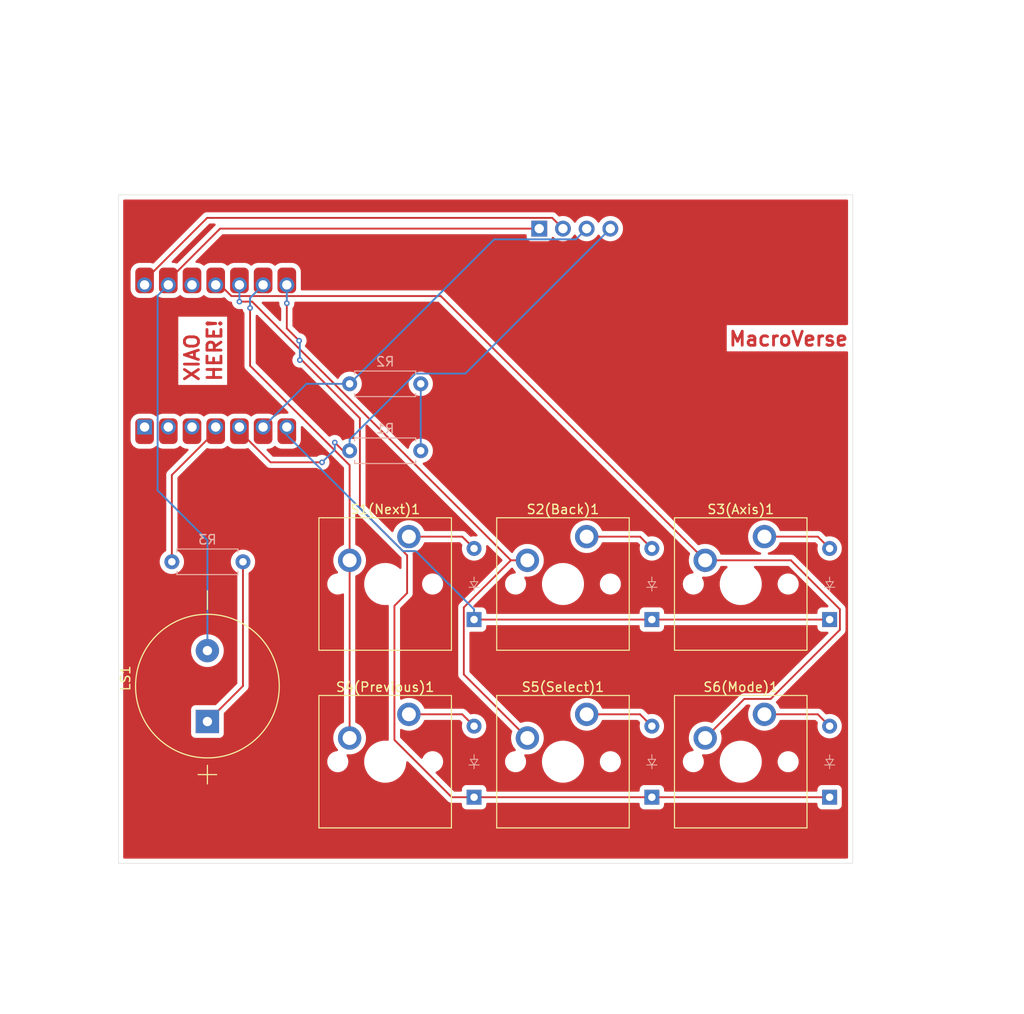
<source format=kicad_pcb>
(kicad_pcb (version 20240108) (generator "pcbnew") (generator_version "8.0")
  (layers (0 "F.Cu" signal) (31 "B.Cu" signal) (34 "B.Paste" user) (35 "F.Paste" user) (36 "B.SilkS" user "B.Silkscreen") (37 "F.SilkS" user "F.Silkscreen") (38 "B.Mask" user) (39 "F.Mask" user) (44 "Edge.Cuts" user))
  (net 0 "")
  (net 1 "Net-(D1-A)")
  (net 2 "Row 0")
  (net 3 "Net-(D2-A)")
  (net 4 "Net-(D3-A)")
  (net 5 "Row 1")
  (net 6 "Net-(D4-A)")
  (net 7 "Net-(D5-A)")
  (net 8 "Net-(D6-A)")
  (net 9 "GND")
  (net 10 "+5V")
  (net 11 "Net-(J1-SCL)")
  (net 12 "Net-(J1-SDA)")
  (net 13 "+3.3V")
  (net 14 "Net-(LS1-PadP)")
  (net 15 "Net-(U1-PA11_A3_D3)")
  (net 16 "Column 0")
  (net 17 "Column 1")
  (net 18 "Column 2")
  (footprint "ScottoKeebs_MX:MX_PCB_1.00u" (layer "F.Cu") (at 142.875 123.825)
    (property "Reference" "S6(Mode)1" (at 0 -8 0) (layer "F.SilkS"))
    (property "Value" "Keyswitch")
    (fp_line (start -7.1 -7.1) (end -7.1 7.1) (stroke (width 0.12)) (layer "F.SilkS"))
    (fp_line (start -7.1 7.1) (end 7.1 7.1) (stroke (width 0.12)) (layer "F.SilkS"))
    (fp_line (start 7.1 -7.1) (end -7.1 -7.1) (stroke (width 0.12)) (layer "F.SilkS"))
    (fp_line (start 7.1 7.1) (end 7.1 -7.1) (stroke (width 0.12)) (layer "F.SilkS"))
    (pad "" np_thru_hole circle (at -5.08 0) (size 1.75 1.75) (drill 1.75) (layers "*.Cu" "*.Mask"))
    (pad "" np_thru_hole circle (at 0 0) (size 4 4) (drill 4) (layers "*.Cu" "*.Mask"))
    (pad "" np_thru_hole circle (at 5.08 0) (size 1.75 1.75) (drill 1.75) (layers "*.Cu" "*.Mask"))
    (pad "1" thru_hole circle (at -3.81 -2.54) (size 2.5 2.5) (drill 1.5) (layers "*.Cu" "*.Mask") (net 18 "Column 2"))
    (pad "2" thru_hole circle (at 2.54 -5.08) (size 2.5 2.5) (drill 1.5) (layers "*.Cu" "*.Mask") (net 7 "Net-(D5-A)"))
  )
  (footprint "ScottoKeebs_MX:MX_PCB_1.00u" (layer "F.Cu") (at 123.825 104.775)
    (property "Reference" "S2(Back)1" (at 0 -8 0) (layer "F.SilkS"))
    (property "Value" "Keyswitch")
    (fp_line (start -7.1 -7.1) (end -7.1 7.1) (stroke (width 0.12)) (layer "F.SilkS"))
    (fp_line (start -7.1 7.1) (end 7.1 7.1) (stroke (width 0.12)) (layer "F.SilkS"))
    (fp_line (start 7.1 -7.1) (end -7.1 -7.1) (stroke (width 0.12)) (layer "F.SilkS"))
    (fp_line (start 7.1 7.1) (end 7.1 -7.1) (stroke (width 0.12)) (layer "F.SilkS"))
    (pad "" np_thru_hole circle (at -5.08 0) (size 1.75 1.75) (drill 1.75) (layers "*.Cu" "*.Mask"))
    (pad "" np_thru_hole circle (at 0 0) (size 4 4) (drill 4) (layers "*.Cu" "*.Mask"))
    (pad "" np_thru_hole circle (at 5.08 0) (size 1.75 1.75) (drill 1.75) (layers "*.Cu" "*.Mask"))
    (pad "1" thru_hole circle (at -3.81 -2.54) (size 2.5 2.5) (drill 1.5) (layers "*.Cu" "*.Mask") (net 17 "Column 1"))
    (pad "2" thru_hole circle (at 2.54 -5.08) (size 2.5 2.5) (drill 1.5) (layers "*.Cu" "*.Mask") (net 3 "Net-(D2-A)"))
  )
  (footprint "ScottoKeebs_MCU:Seeed_XIAO_RP2040" (layer "F.Cu") (at 86.614 80.327 90)
    (property "Reference" "U1" (hide yes))
    (property "Value" "MCU_Seeed_XIAO_RP2040")
    (pad "1" smd roundrect (at -8.065 -7.62 90) (size 2.75 2) (layers "F.Cu" "F.Paste" "F.Mask"))
    (pad "1" thru_hole rect (at -7.62 -7.62 180) (size 1.6 1.6) (drill 1) (layers "*.Cu" "*.Mask"))
    (pad "2" smd roundrect (at -8.065 -5.08 90) (size 2.75 2) (layers "F.Cu" "F.Paste" "F.Mask"))
    (pad "2" thru_hole circle (at -7.62 -5.08 180) (size 1.6 1.6) (drill 1) (layers "*.Cu" "*.Mask"))
    (pad "3" smd roundrect (at -8.065 -2.54 90) (size 2.75 2) (layers "F.Cu" "F.Paste" "F.Mask"))
    (pad "3" thru_hole circle (at -7.62 -2.54 180) (size 1.6 1.6) (drill 1) (layers "*.Cu" "*.Mask"))
    (pad "4" smd roundrect (at -8.065 0 90) (size 2.75 2) (layers "F.Cu" "F.Paste" "F.Mask") (net 15 "Net-(U1-PA11_A3_D3)"))
    (pad "4" thru_hole circle (at -7.62 0 180) (size 1.6 1.6) (drill 1) (layers "*.Cu" "*.Mask") (net 15 "Net-(U1-PA11_A3_D3)"))
    (pad "5" smd roundrect (at -8.065 2.54 90) (size 2.75 2) (layers "F.Cu" "F.Paste" "F.Mask") (net 12 "Net-(J1-SDA)"))
    (pad "5" thru_hole circle (at -7.62 2.54 180) (size 1.6 1.6) (drill 1) (layers "*.Cu" "*.Mask") (net 12 "Net-(J1-SDA)"))
    (pad "6" smd roundrect (at -8.065 5.08 90) (size 2.75 2) (layers "F.Cu" "F.Paste" "F.Mask") (net 11 "Net-(J1-SCL)"))
    (pad "6" thru_hole circle (at -7.62 5.08 180) (size 1.6 1.6) (drill 1) (layers "*.Cu" "*.Mask") (net 11 "Net-(J1-SCL)"))
    (pad "7" smd roundrect (at -8.065 7.62 90) (size 2.75 2) (layers "F.Cu" "F.Paste" "F.Mask") (net 2 "Row 0"))
    (pad "7" thru_hole circle (at -7.62 7.62 180) (size 1.6 1.6) (drill 1) (layers "*.Cu" "*.Mask") (net 2 "Row 0"))
    (pad "8" thru_hole circle (at 7.62 7.62 180) (size 1.6 1.6) (drill 1) (layers "*.Cu" "*.Mask") (net 5 "Row 1"))
    (pad "8" smd roundrect (at 8.1 7.62 90) (size 2.75 2) (layers "F.Cu" "F.Paste" "F.Mask") (net 5 "Row 1"))
    (pad "9" thru_hole circle (at 7.62 5.08 180) (size 1.6 1.6) (drill 1) (layers "*.Cu" "*.Mask") (net 16 "Column 0"))
    (pad "9" smd roundrect (at 8.1 5.08 90) (size 2.75 2) (layers "F.Cu" "F.Paste" "F.Mask") (net 16 "Column 0"))
    (pad "10" thru_hole circle (at 7.62 2.54 180) (size 1.6 1.6) (drill 1) (layers "*.Cu" "*.Mask") (net 17 "Column 1"))
    (pad "10" smd roundrect (at 8.1 2.54 90) (size 2.75 2) (layers "F.Cu" "F.Paste" "F.Mask") (net 17 "Column 1"))
    (pad "11" thru_hole circle (at 7.62 0 180) (size 1.6 1.6) (drill 1) (layers "*.Cu" "*.Mask") (net 18 "Column 2"))
    (pad "11" smd roundrect (at 8.1 0 90) (size 2.75 2) (layers "F.Cu" "F.Paste" "F.Mask") (net 18 "Column 2"))
    (pad "12" thru_hole circle (at 7.62 -2.54 180) (size 1.6 1.6) (drill 1) (layers "*.Cu" "*.Mask"))
    (pad "12" smd roundrect (at 8.1 -2.54 90) (size 2.75 2) (layers "F.Cu" "F.Paste" "F.Mask"))
    (pad "13" thru_hole circle (at 7.62 -5.08 180) (size 1.6 1.6) (drill 1) (layers "*.Cu" "*.Mask") (net 9 "GND"))
    (pad "13" smd roundrect (at 8.1 -5.08 90) (size 2.75 2) (layers "F.Cu" "F.Paste" "F.Mask") (net 9 "GND"))
    (pad "14" thru_hole circle (at 7.62 -7.62 180) (size 1.6 1.6) (drill 1) (layers "*.Cu" "*.Mask") (net 10 "+5V"))
    (pad "14" smd roundrect (at 8.1 -7.62 90) (size 2.75 2) (layers "F.Cu" "F.Paste" "F.Mask") (net 10 "+5V"))
  )
  (footprint "Buzzer:XDCR_CPI-1514-12-95T" (layer "F.Cu") (at 85.725 115.71875 90)
    (property "Reference" "LS1" (at 0.835 -8.775 90) (layer "F.SilkS"))
    (property "Value" "CPI-1514-12-95T")
    (fp_line (start -9.49 -1) (end -9.49 1) (stroke (width 0.127)) (layer "F.SilkS"))
    (fp_line (start 8.22 0) (end 10.22 0) (stroke (width 0.127)) (layer "F.SilkS"))
    (fp_line (start -10.49 0) (end -8.49 0) (stroke (width 0.127)) (layer "F.SilkS"))
    (fp_circle (center 0 0) (end 7.7 0) (stroke (width 0.127)) (fill none) (layer "F.SilkS"))
    (pad "N" thru_hole circle (at 3.8 0 90) (size 2.5 2.5) (drill 1) (layers "*.Cu" "*.Mask") (net 9 "GND"))
    (pad "P" thru_hole rect (at -3.8 0 90) (size 2.5 2.5) (drill 1) (layers "*.Cu" "*.Mask") (net 14 "Net-(LS1-PadP)"))
  )
  (footprint "ScottoKeebs_MX:MX_PCB_1.00u" (layer "F.Cu") (at 123.825 123.825)
    (property "Reference" "S5(Select)1" (at 0 -8 0) (layer "F.SilkS"))
    (property "Value" "Keyswitch")
    (fp_line (start -7.1 -7.1) (end -7.1 7.1) (stroke (width 0.12)) (layer "F.SilkS"))
    (fp_line (start -7.1 7.1) (end 7.1 7.1) (stroke (width 0.12)) (layer "F.SilkS"))
    (fp_line (start 7.1 -7.1) (end -7.1 -7.1) (stroke (width 0.12)) (layer "F.SilkS"))
    (fp_line (start 7.1 7.1) (end 7.1 -7.1) (stroke (width 0.12)) (layer "F.SilkS"))
    (pad "" np_thru_hole circle (at -5.08 0) (size 1.75 1.75) (drill 1.75) (layers "*.Cu" "*.Mask"))
    (pad "" np_thru_hole circle (at 0 0) (size 4 4) (drill 4) (layers "*.Cu" "*.Mask"))
    (pad "" np_thru_hole circle (at 5.08 0) (size 1.75 1.75) (drill 1.75) (layers "*.Cu" "*.Mask"))
    (pad "1" thru_hole circle (at -3.81 -2.54) (size 2.5 2.5) (drill 1.5) (layers "*.Cu" "*.Mask") (net 17 "Column 1"))
    (pad "2" thru_hole circle (at 2.54 -5.08) (size 2.5 2.5) (drill 1.5) (layers "*.Cu" "*.Mask") (net 6 "Net-(D4-A)"))
  )
  (footprint "ScottoKeebs_Components:OLED_128x64" (layer "F.Cu") (at 125.095 66.675)
    (property "Reference" "J1" (hide yes))
    (property "Value" "OLED_128x64")
    (pad "1" thru_hole rect (at -3.81 0 90) (size 1.7 1.7) (drill 1) (layers "*.Cu" "*.Mask") (net 9 "GND"))
    (pad "2" thru_hole oval (at -1.27 0 90) (size 1.7 1.7) (drill 1) (layers "*.Cu" "*.Mask") (net 10 "+5V"))
    (pad "3" thru_hole oval (at 1.27 0 90) (size 1.7 1.7) (drill 1) (layers "*.Cu" "*.Mask") (net 11 "Net-(J1-SCL)"))
    (pad "4" thru_hole oval (at 3.81 0 90) (size 1.7 1.7) (drill 1) (layers "*.Cu" "*.Mask") (net 12 "Net-(J1-SDA)"))
  )
  (footprint "ScottoKeebs_MX:MX_PCB_1.00u" (layer "F.Cu") (at 104.775 104.775)
    (property "Reference" "S1(Next)1" (at 0 -8 0) (layer "F.SilkS"))
    (property "Value" "Keyswitch")
    (fp_line (start -7.1 -7.1) (end -7.1 7.1) (stroke (width 0.12)) (layer "F.SilkS"))
    (fp_line (start -7.1 7.1) (end 7.1 7.1) (stroke (width 0.12)) (layer "F.SilkS"))
    (fp_line (start 7.1 -7.1) (end -7.1 -7.1) (stroke (width 0.12)) (layer "F.SilkS"))
    (fp_line (start 7.1 7.1) (end 7.1 -7.1) (stroke (width 0.12)) (layer "F.SilkS"))
    (pad "" np_thru_hole circle (at -5.08 0) (size 1.75 1.75) (drill 1.75) (layers "*.Cu" "*.Mask"))
    (pad "" np_thru_hole circle (at 0 0) (size 4 4) (drill 4) (layers "*.Cu" "*.Mask"))
    (pad "" np_thru_hole circle (at 5.08 0) (size 1.75 1.75) (drill 1.75) (layers "*.Cu" "*.Mask"))
    (pad "1" thru_hole circle (at -3.81 -2.54) (size 2.5 2.5) (drill 1.5) (layers "*.Cu" "*.Mask") (net 16 "Column 0"))
    (pad "2" thru_hole circle (at 2.54 -5.08) (size 2.5 2.5) (drill 1.5) (layers "*.Cu" "*.Mask") (net 1 "Net-(D1-A)"))
  )
  (footprint "ScottoKeebs_MX:MX_PCB_1.00u" (layer "F.Cu") (at 104.775 123.825)
    (property "Reference" "S4(Previous)1" (at 0 -8 0) (layer "F.SilkS"))
    (property "Value" "Keyswitch")
    (fp_line (start -7.1 -7.1) (end -7.1 7.1) (stroke (width 0.12)) (layer "F.SilkS"))
    (fp_line (start -7.1 7.1) (end 7.1 7.1) (stroke (width 0.12)) (layer "F.SilkS"))
    (fp_line (start 7.1 -7.1) (end -7.1 -7.1) (stroke (width 0.12)) (layer "F.SilkS"))
    (fp_line (start 7.1 7.1) (end 7.1 -7.1) (stroke (width 0.12)) (layer "F.SilkS"))
    (pad "" np_thru_hole circle (at -5.08 0) (size 1.75 1.75) (drill 1.75) (layers "*.Cu" "*.Mask"))
    (pad "" np_thru_hole circle (at 0 0) (size 4 4) (drill 4) (layers "*.Cu" "*.Mask"))
    (pad "" np_thru_hole circle (at 5.08 0) (size 1.75 1.75) (drill 1.75) (layers "*.Cu" "*.Mask"))
    (pad "1" thru_hole circle (at -3.81 -2.54) (size 2.5 2.5) (drill 1.5) (layers "*.Cu" "*.Mask") (net 16 "Column 0"))
    (pad "2" thru_hole circle (at 2.54 -5.08) (size 2.5 2.5) (drill 1.5) (layers "*.Cu" "*.Mask") (net 4 "Net-(D3-A)"))
  )
  (footprint "ScottoKeebs_MX:MX_PCB_1.00u" (layer "F.Cu") (at 142.875 104.775)
    (property "Reference" "S3(Axis)1" (at 0 -8 0) (layer "F.SilkS"))
    (property "Value" "Keyswitch")
    (fp_line (start -7.1 -7.1) (end -7.1 7.1) (stroke (width 0.12)) (layer "F.SilkS"))
    (fp_line (start -7.1 7.1) (end 7.1 7.1) (stroke (width 0.12)) (layer "F.SilkS"))
    (fp_line (start 7.1 -7.1) (end -7.1 -7.1) (stroke (width 0.12)) (layer "F.SilkS"))
    (fp_line (start 7.1 7.1) (end 7.1 -7.1) (stroke (width 0.12)) (layer "F.SilkS"))
    (pad "" np_thru_hole circle (at -5.08 0) (size 1.75 1.75) (drill 1.75) (layers "*.Cu" "*.Mask"))
    (pad "" np_thru_hole circle (at 0 0) (size 4 4) (drill 4) (layers "*.Cu" "*.Mask"))
    (pad "" np_thru_hole circle (at 5.08 0) (size 1.75 1.75) (drill 1.75) (layers "*.Cu" "*.Mask"))
    (pad "1" thru_hole circle (at -3.81 -2.54) (size 2.5 2.5) (drill 1.5) (layers "*.Cu" "*.Mask") (net 18 "Column 2"))
    (pad "2" thru_hole circle (at 2.54 -5.08) (size 2.5 2.5) (drill 1.5) (layers "*.Cu" "*.Mask") (net 8 "Net-(D6-A)"))
  )
  (footprint "ScottoKeebs_Components:Diode_DO-35" (layer "B.Cu") (at 133.35 108.585 90)
    (property "Reference" "D2" (hide yes))
    (property "Value" "Diode" (hide yes))
    (fp_line (start 3.46 -0.55) (end 3.46 0.55) (stroke (width 0.1)) (layer "B.SilkS"))
    (fp_line (start 4.06 -0.4) (end 4.06 0.4) (stroke (width 0.1)) (layer "B.SilkS"))
    (fp_line (start 4.56 0) (end 4.06 0) (stroke (width 0.1)) (layer "B.SilkS"))
    (fp_line (start 3.46 0) (end 4.06 -0.4) (stroke (width 0.1)) (layer "B.SilkS"))
    (fp_line (start 3.46 0) (end 3.06 0) (stroke (width 0.1)) (layer "B.SilkS"))
    (fp_line (start 4.06 0.4) (end 3.46 0) (stroke (width 0.1)) (layer "B.SilkS"))
    (pad "1" thru_hole rect (at 0 0 90) (size 1.6 1.6) (drill 0.8) (layers "*.Cu" "*.Mask") (net 2 "Row 0"))
    (pad "2" thru_hole oval (at 7.62 0 90) (size 1.6 1.6) (drill 0.8) (layers "*.Cu" "*.Mask") (net 3 "Net-(D2-A)"))
  )
  (footprint "ScottoKeebs_Components:Diode_DO-35" (layer "B.Cu") (at 114.3 127.635 90)
    (property "Reference" "D3" (hide yes))
    (property "Value" "Diode" (hide yes))
    (fp_line (start 3.46 -0.55) (end 3.46 0.55) (stroke (width 0.1)) (layer "B.SilkS"))
    (fp_line (start 4.06 -0.4) (end 4.06 0.4) (stroke (width 0.1)) (layer "B.SilkS"))
    (fp_line (start 4.56 0) (end 4.06 0) (stroke (width 0.1)) (layer "B.SilkS"))
    (fp_line (start 3.46 0) (end 4.06 -0.4) (stroke (width 0.1)) (layer "B.SilkS"))
    (fp_line (start 3.46 0) (end 3.06 0) (stroke (width 0.1)) (layer "B.SilkS"))
    (fp_line (start 4.06 0.4) (end 3.46 0) (stroke (width 0.1)) (layer "B.SilkS"))
    (pad "1" thru_hole rect (at 0 0 90) (size 1.6 1.6) (drill 0.8) (layers "*.Cu" "*.Mask") (net 5 "Row 1"))
    (pad "2" thru_hole oval (at 7.62 0 90) (size 1.6 1.6) (drill 0.8) (layers "*.Cu" "*.Mask") (net 4 "Net-(D3-A)"))
  )
  (footprint "ScottoKeebs_Components:Diode_DO-35" (layer "B.Cu") (at 114.3 108.585 90)
    (property "Reference" "D1" (hide yes))
    (property "Value" "Diode" (hide yes))
    (fp_line (start 3.46 -0.55) (end 3.46 0.55) (stroke (width 0.1)) (layer "B.SilkS"))
    (fp_line (start 4.06 -0.4) (end 4.06 0.4) (stroke (width 0.1)) (layer "B.SilkS"))
    (fp_line (start 4.56 0) (end 4.06 0) (stroke (width 0.1)) (layer "B.SilkS"))
    (fp_line (start 3.46 0) (end 4.06 -0.4) (stroke (width 0.1)) (layer "B.SilkS"))
    (fp_line (start 3.46 0) (end 3.06 0) (stroke (width 0.1)) (layer "B.SilkS"))
    (fp_line (start 4.06 0.4) (end 3.46 0) (stroke (width 0.1)) (layer "B.SilkS"))
    (pad "1" thru_hole rect (at 0 0 90) (size 1.6 1.6) (drill 0.8) (layers "*.Cu" "*.Mask") (net 2 "Row 0"))
    (pad "2" thru_hole oval (at 7.62 0 90) (size 1.6 1.6) (drill 0.8) (layers "*.Cu" "*.Mask") (net 1 "Net-(D1-A)"))
  )
  (footprint "ScottoKeebs_Components:Diode_DO-35" (layer "B.Cu") (at 133.35 127.635 90)
    (property "Reference" "D4" (hide yes))
    (property "Value" "Diode" (hide yes))
    (fp_line (start 3.46 -0.55) (end 3.46 0.55) (stroke (width 0.1)) (layer "B.SilkS"))
    (fp_line (start 4.06 -0.4) (end 4.06 0.4) (stroke (width 0.1)) (layer "B.SilkS"))
    (fp_line (start 4.56 0) (end 4.06 0) (stroke (width 0.1)) (layer "B.SilkS"))
    (fp_line (start 3.46 0) (end 4.06 -0.4) (stroke (width 0.1)) (layer "B.SilkS"))
    (fp_line (start 3.46 0) (end 3.06 0) (stroke (width 0.1)) (layer "B.SilkS"))
    (fp_line (start 4.06 0.4) (end 3.46 0) (stroke (width 0.1)) (layer "B.SilkS"))
    (pad "1" thru_hole rect (at 0 0 90) (size 1.6 1.6) (drill 0.8) (layers "*.Cu" "*.Mask") (net 5 "Row 1"))
    (pad "2" thru_hole oval (at 7.62 0 90) (size 1.6 1.6) (drill 0.8) (layers "*.Cu" "*.Mask") (net 6 "Net-(D4-A)"))
  )
  (footprint "Resistor_THT:R_Axial_DIN0207_L6.3mm_D2.5mm_P7.62mm_Horizontal" (layer "B.Cu") (at 108.585 83.312 180)
    (property "Reference" "R2" (at 3.81 2.37 0) (layer "B.SilkS") (effects (justify mirror)))
    (property "Value" "4.7k")
    (fp_line (start 7.08 1.37) (end 0.54 1.37) (stroke (width 0.12)) (layer "B.SilkS"))
    (fp_line (start 7.08 1.04) (end 7.08 1.37) (stroke (width 0.12)) (layer "B.SilkS"))
    (fp_line (start 7.08 -1.04) (end 7.08 -1.37) (stroke (width 0.12)) (layer "B.SilkS"))
    (fp_line (start 7.08 -1.37) (end 0.54 -1.37) (stroke (width 0.12)) (layer "B.SilkS"))
    (fp_line (start 0.54 1.37) (end 0.54 1.04) (stroke (width 0.12)) (layer "B.SilkS"))
    (fp_line (start 0.54 -1.37) (end 0.54 -1.04) (stroke (width 0.12)) (layer "B.SilkS"))
    (pad "1" thru_hole circle (at 0 0 180) (size 1.6 1.6) (drill 0.8) (layers "*.Cu" "*.Mask") (net 13 "+3.3V"))
    (pad "2" thru_hole oval (at 7.62 0 180) (size 1.6 1.6) (drill 0.8) (layers "*.Cu" "*.Mask") (net 11 "Net-(J1-SCL)"))
  )
  (footprint "Resistor_THT:R_Axial_DIN0207_L6.3mm_D2.5mm_P7.62mm_Horizontal" (layer "B.Cu") (at 89.535 102.39375 180)
    (property "Reference" "R3" (at 3.81 2.37 0) (layer "B.SilkS") (effects (justify mirror)))
    (property "Value" "220")
    (fp_line (start 7.08 1.37) (end 0.54 1.37) (stroke (width 0.12)) (layer "B.SilkS"))
    (fp_line (start 7.08 1.04) (end 7.08 1.37) (stroke (width 0.12)) (layer "B.SilkS"))
    (fp_line (start 7.08 -1.04) (end 7.08 -1.37) (stroke (width 0.12)) (layer "B.SilkS"))
    (fp_line (start 7.08 -1.37) (end 0.54 -1.37) (stroke (width 0.12)) (layer "B.SilkS"))
    (fp_line (start 0.54 1.37) (end 0.54 1.04) (stroke (width 0.12)) (layer "B.SilkS"))
    (fp_line (start 0.54 -1.37) (end 0.54 -1.04) (stroke (width 0.12)) (layer "B.SilkS"))
    (pad "1" thru_hole circle (at 0 0 180) (size 1.6 1.6) (drill 0.8) (layers "*.Cu" "*.Mask") (net 14 "Net-(LS1-PadP)"))
    (pad "2" thru_hole oval (at 7.62 0 180) (size 1.6 1.6) (drill 0.8) (layers "*.Cu" "*.Mask") (net 15 "Net-(U1-PA11_A3_D3)"))
  )
  (footprint "ScottoKeebs_Components:Diode_DO-35" (layer "B.Cu") (at 152.4 108.585 90)
    (property "Reference" "D6" (hide yes))
    (property "Value" "Diode" (hide yes))
    (fp_line (start 3.46 -0.55) (end 3.46 0.55) (stroke (width 0.1)) (layer "B.SilkS"))
    (fp_line (start 4.06 -0.4) (end 4.06 0.4) (stroke (width 0.1)) (layer "B.SilkS"))
    (fp_line (start 4.56 0) (end 4.06 0) (stroke (width 0.1)) (layer "B.SilkS"))
    (fp_line (start 3.46 0) (end 4.06 -0.4) (stroke (width 0.1)) (layer "B.SilkS"))
    (fp_line (start 3.46 0) (end 3.06 0) (stroke (width 0.1)) (layer "B.SilkS"))
    (fp_line (start 4.06 0.4) (end 3.46 0) (stroke (width 0.1)) (layer "B.SilkS"))
    (pad "1" thru_hole rect (at 0 0 90) (size 1.6 1.6) (drill 0.8) (layers "*.Cu" "*.Mask") (net 2 "Row 0"))
    (pad "2" thru_hole oval (at 7.62 0 90) (size 1.6 1.6) (drill 0.8) (layers "*.Cu" "*.Mask") (net 8 "Net-(D6-A)"))
  )
  (footprint "Resistor_THT:R_Axial_DIN0207_L6.3mm_D2.5mm_P7.62mm_Horizontal" (layer "B.Cu") (at 108.585 90.4875 180)
    (property "Reference" "R1" (at 3.81 2.37 0) (layer "B.SilkS") (effects (justify mirror)))
    (property "Value" "4.7k")
    (fp_line (start 7.08 1.37) (end 0.54 1.37) (stroke (width 0.12)) (layer "B.SilkS"))
    (fp_line (start 7.08 1.04) (end 7.08 1.37) (stroke (width 0.12)) (layer "B.SilkS"))
    (fp_line (start 7.08 -1.04) (end 7.08 -1.37) (stroke (width 0.12)) (layer "B.SilkS"))
    (fp_line (start 7.08 -1.37) (end 0.54 -1.37) (stroke (width 0.12)) (layer "B.SilkS"))
    (fp_line (start 0.54 1.37) (end 0.54 1.04) (stroke (width 0.12)) (layer "B.SilkS"))
    (fp_line (start 0.54 -1.37) (end 0.54 -1.04) (stroke (width 0.12)) (layer "B.SilkS"))
    (pad "1" thru_hole circle (at 0 0 180) (size 1.6 1.6) (drill 0.8) (layers "*.Cu" "*.Mask") (net 13 "+3.3V"))
    (pad "2" thru_hole oval (at 7.62 0 180) (size 1.6 1.6) (drill 0.8) (layers "*.Cu" "*.Mask") (net 12 "Net-(J1-SDA)"))
  )
  (footprint "ScottoKeebs_Components:Diode_DO-35" (layer "B.Cu") (at 152.4 127.635 90)
    (property "Reference" "D5" (hide yes))
    (property "Value" "Diode" (hide yes))
    (fp_line (start 3.46 -0.55) (end 3.46 0.55) (stroke (width 0.1)) (layer "B.SilkS"))
    (fp_line (start 4.06 -0.4) (end 4.06 0.4) (stroke (width 0.1)) (layer "B.SilkS"))
    (fp_line (start 4.56 0) (end 4.06 0) (stroke (width 0.1)) (layer "B.SilkS"))
    (fp_line (start 3.46 0) (end 4.06 -0.4) (stroke (width 0.1)) (layer "B.SilkS"))
    (fp_line (start 3.46 0) (end 3.06 0) (stroke (width 0.1)) (layer "B.SilkS"))
    (fp_line (start 4.06 0.4) (end 3.46 0) (stroke (width 0.1)) (layer "B.SilkS"))
    (pad "1" thru_hole rect (at 0 0 90) (size 1.6 1.6) (drill 0.8) (layers "*.Cu" "*.Mask") (net 5 "Row 1"))
    (pad "2" thru_hole oval (at 7.62 0 90) (size 1.6 1.6) (drill 0.8) (layers "*.Cu" "*.Mask") (net 7 "Net-(D5-A)"))
  )
  (gr_rect (start 76.2 63.0555) (end 154.8765 134.71525) (stroke (width 0.05)) (fill none) (layer "Edge.Cuts"))
  (gr_text "MacroVerse" (at 141.478 79.375 0) (layer "F.Cu") (effects (font (size 1.5 1.5) (thickness 0.3) (bold yes)) (justify left bottom)))
  (gr_text "XIAO\nHERE!\n" (at 87.376 83.185 90) (layer "F.Cu") (effects (font (size 1.5 1.5) (thickness 0.3) (bold yes)) (justify left bottom)))
  (segment (start 107.315 99.695) (end 113.03 99.695) (width 0.2) (layer "F.Cu") (net 1))
  (segment (start 113.03 99.695) (end 114.3 100.965) (width 0.2) (layer "F.Cu") (net 1))
  (segment (start 114.3 108.585) (end 152.4 108.585) (width 0.2) (layer "F.Cu") (net 2))
  (segment (start 106.672968 101.245) (end 94.234 88.806032) (width 0.2) (layer "B.Cu") (net 2))
  (segment (start 114.3 107.487588) (end 108.057412 101.245) (width 0.2) (layer "B.Cu") (net 2))
  (segment (start 114.3 108.585) (end 114.3 107.487588) (width 0.2) (layer "B.Cu") (net 2))
  (segment (start 94.234 88.806032) (end 94.234 87.947) (width 0.2) (layer "B.Cu") (net 2))
  (segment (start 108.057412 101.245) (end 106.672968 101.245) (width 0.2) (layer "B.Cu") (net 2))
  (segment (start 126.365 99.695) (end 132.08 99.695) (width 0.2) (layer "F.Cu") (net 3))
  (segment (start 132.08 99.695) (end 133.35 100.965) (width 0.2) (layer "F.Cu") (net 3))
  (segment (start 113.03 118.745) (end 114.3 120.015) (width 0.2) (layer "F.Cu") (net 4))
  (segment (start 107.315 118.745) (end 113.03 118.745) (width 0.2) (layer "F.Cu") (net 4))
  (segment (start 107.125 105.748402) (end 107.125 101.697032) (width 0.2) (layer "F.Cu") (net 5))
  (segment (start 111.908402 127.635) (end 105.765 121.491598) (width 0.2) (layer "F.Cu") (net 5))
  (segment (start 114.3 127.635) (end 111.908402 127.635) (width 0.2) (layer "F.Cu") (net 5))
  (segment (start 105.765 121.491598) (end 105.765 107.108402) (width 0.2) (layer "F.Cu") (net 5))
  (segment (start 114.3 127.635) (end 152.4 127.635) (width 0.2) (layer "F.Cu") (net 5))
  (segment (start 102.065 87.000529) (end 95.836471 80.772) (width 0.2) (layer "F.Cu") (net 5))
  (segment (start 94.234 77.373236) (end 94.234 74.676) (width 0.2) (layer "F.Cu") (net 5))
  (segment (start 95.552382 78.691618) (end 94.234 77.373236) (width 0.2) (layer "F.Cu") (net 5))
  (segment (start 95.836471 80.772) (end 95.631 80.772) (width 0.2) (layer "F.Cu") (net 5))
  (segment (start 105.765 107.108402) (end 107.125 105.748402) (width 0.2) (layer "F.Cu") (net 5))
  (segment (start 102.065 96.637032) (end 102.065 87.000529) (width 0.2) (layer "F.Cu") (net 5))
  (segment (start 107.125 101.697032) (end 102.065 96.637032) (width 0.2) (layer "F.Cu") (net 5))
  (via (at 95.631 80.772) (size 0.6) (drill 0.3) (layers "F.Cu" "B.Cu") (net 5))
  (via (at 94.234 74.676) (size 0.6) (drill 0.3) (layers "F.Cu" "B.Cu") (net 5))
  (via (at 95.552382 78.691618) (size 0.6) (drill 0.3) (layers "F.Cu" "B.Cu") (net 5))
  (segment (start 94.234 74.676) (end 94.234 72.707) (width 0.2) (layer "B.Cu") (net 5))
  (segment (start 95.631 78.770236) (end 95.552382 78.691618) (width 0.2) (layer "B.Cu") (net 5))
  (segment (start 95.631 80.772) (end 95.631 78.770236) (width 0.2) (layer "B.Cu") (net 5))
  (segment (start 132.08 118.745) (end 133.35 120.015) (width 0.2) (layer "F.Cu") (net 6))
  (segment (start 126.365 118.745) (end 132.08 118.745) (width 0.2) (layer "F.Cu") (net 6))
  (segment (start 145.415 118.745) (end 151.13 118.745) (width 0.2) (layer "F.Cu") (net 7))
  (segment (start 151.13 118.745) (end 152.4 120.015) (width 0.2) (layer "F.Cu") (net 7))
  (segment (start 151.13 99.695) (end 152.4 100.965) (width 0.2) (layer "F.Cu") (net 8))
  (segment (start 145.415 99.695) (end 151.13 99.695) (width 0.2) (layer "F.Cu") (net 8))
  (segment (start 87.086 66.675) (end 81.534 72.227) (width 0.2) (layer "F.Cu") (net 9))
  (segment (start 121.285 66.675) (end 87.086 66.675) (width 0.2) (layer "F.Cu") (net 9))
  (segment (start 80.391 73.85) (end 81.534 72.707) (width 0.2) (layer "B.Cu") (net 9))
  (segment (start 85.725 100.076) (end 80.391 94.742) (width 0.2) (layer "B.Cu") (net 9))
  (segment (start 80.391 94.742) (end 80.391 73.85) (width 0.2) (layer "B.Cu") (net 9))
  (segment (start 85.725 111.91875) (end 85.725 100.076) (width 0.2) (layer "B.Cu") (net 9))
  (segment (start 122.675 65.525) (end 85.696 65.525) (width 0.2) (layer "F.Cu") (net 10))
  (segment (start 123.825 66.675) (end 122.675 65.525) (width 0.2) (layer "F.Cu") (net 10))
  (segment (start 85.696 65.525) (end 78.994 72.227) (width 0.2) (layer "F.Cu") (net 10))
  (segment (start 96.329 83.312) (end 91.694 87.947) (width 0.2) (layer "B.Cu") (net 11))
  (segment (start 125.215 67.825) (end 126.365 66.675) (width 0.2) (layer "B.Cu") (net 11))
  (segment (start 100.965 83.312) (end 96.329 83.312) (width 0.2) (layer "B.Cu") (net 11))
  (segment (start 116.452 67.825) (end 125.215 67.825) (width 0.2) (layer "B.Cu") (net 11))
  (segment (start 100.965 83.312) (end 116.452 67.825) (width 0.2) (layer "B.Cu") (net 11))
  (segment (start 92.492751 91.730751) (end 89.154 88.392) (width 0.2) (layer "F.Cu") (net 12))
  (segment (start 100.965 90.4875) (end 100.257894 90.4875) (width 0.2) (layer "F.Cu") (net 12))
  (segment (start 98.007249 91.730751) (end 92.492751 91.730751) (width 0.2) (layer "F.Cu") (net 12))
  (segment (start 100.257894 90.4875) (end 99.373197 89.602803) (width 0.2) (layer "F.Cu") (net 12))
  (via (at 98.007249 91.730751) (size 0.6) (drill 0.3) (layers "F.Cu" "B.Cu") (net 12))
  (via (at 99.373197 89.602803) (size 0.6) (drill 0.3) (layers "F.Cu" "B.Cu") (net 12))
  (segment (start 99.373197 90.364803) (end 98.007249 91.730751) (width 0.2) (layer "B.Cu") (net 12))
  (segment (start 128.905 66.675) (end 113.368 82.212) (width 0.2) (layer "B.Cu") (net 12))
  (segment (start 99.373197 89.602803) (end 99.373197 90.364803) (width 0.2) (layer "B.Cu") (net 12))
  (segment (start 100.965 89.281) (end 100.965 90.4875) (width 0.2) (layer "B.Cu") (net 12))
  (segment (start 108.034 82.212) (end 100.965 89.281) (width 0.2) (layer "B.Cu") (net 12))
  (segment (start 113.368 82.212) (end 108.034 82.212) (width 0.2) (layer "B.Cu") (net 12))
  (segment (start 108.585 83.312) (end 108.585 90.4875) (width 0.2) (layer "B.Cu") (net 13))
  (segment (start 89.535 115.70875) (end 85.725 119.51875) (width 0.2) (layer "F.Cu") (net 14))
  (segment (start 89.535 102.39375) (end 89.535 115.70875) (width 0.2) (layer "F.Cu") (net 14))
  (segment (start 81.915 93.091) (end 86.614 88.392) (width 0.2) (layer "F.Cu") (net 15))
  (segment (start 81.915 102.39375) (end 81.915 93.091) (width 0.2) (layer "F.Cu") (net 15))
  (segment (start 90.297 81.375135) (end 90.297 75.184) (width 0.2) (layer "F.Cu") (net 16))
  (segment (start 100.965 102.235) (end 100.965 121.285) (width 0.2) (layer "F.Cu") (net 16))
  (segment (start 100.965 102.235) (end 100.965 92.043135) (width 0.2) (layer "F.Cu") (net 16))
  (segment (start 100.965 92.043135) (end 90.297 81.375135) (width 0.2) (layer "F.Cu") (net 16))
  (via (at 90.297 75.184) (size 0.6) (drill 0.3) (layers "F.Cu" "B.Cu") (net 16))
  (segment (start 90.297 74.104) (end 91.694 72.707) (width 0.2) (layer "B.Cu") (net 16))
  (segment (start 90.297 75.184) (end 90.297 74.104) (width 0.2) (layer "B.Cu") (net 16))
  (segment (start 90.514234 74.502) (end 89.154 74.502) (width 0.2) (layer "F.Cu") (net 17))
  (segment (start 113.2 107.282234) (end 113.2 114.47) (width 0.2) (layer "F.Cu") (net 17))
  (segment (start 118.247234 102.235) (end 113.2 107.282234) (width 0.2) (layer "F.Cu") (net 17))
  (segment (start 120.015 102.235) (end 118.247234 102.235) (width 0.2) (layer "F.Cu") (net 17))
  (segment (start 118.247234 102.235) (end 90.514234 74.502) (width 0.2) (layer "F.Cu") (net 17))
  (segment (start 113.2 114.47) (end 120.015 121.285) (width 0.2) (layer "F.Cu") (net 17))
  (via (at 89.154 74.502) (size 0.6) (drill 0.3) (layers "F.Cu" "B.Cu") (net 17))
  (segment (start 89.154 74.502) (end 89.154 72.707) (width 0.2) (layer "B.Cu") (net 17))
  (segment (start 139.065 102.235) (end 110.732 73.902) (width 0.2) (layer "F.Cu") (net 18))
  (segment (start 153.5 107.485) (end 153.5 109.685) (width 0.2) (layer "F.Cu") (net 18))
  (segment (start 146.091 117.094) (end 143.256 117.094) (width 0.2) (layer "F.Cu") (net 18))
  (segment (start 139.065 102.235) (end 148.25 102.235) (width 0.2) (layer "F.Cu") (net 18))
  (segment (start 148.25 102.235) (end 153.5 107.485) (width 0.2) (layer "F.Cu") (net 18))
  (segment (start 143.256 117.094) (end 139.065 121.285) (width 0.2) (layer "F.Cu") (net 18))
  (segment (start 153.5 109.685) (end 146.091 117.094) (width 0.2) (layer "F.Cu") (net 18))
  (segment (start 110.732 73.902) (end 88.289 73.902) (width 0.2) (layer "F.Cu") (net 18))
  (segment (start 88.289 73.902) (end 86.614 72.227) (width 0.2) (layer "F.Cu") (net 18))
  (zone (net 0) (net_name "") (layer "F.Cu") (connect_pads (clearance 0.5)) (min_thickness 0.25) (fill yes (thermal_gap 0.5) (thermal_bridge_width 0.5) (island_removal_mode 1) (island_area_min 10))
    (polygon (pts (xy 64.262 44.577) (xy 63.5 147.32) (xy 171.577 150.876) (xy 173.228 42.164)))
  )
)
</source>
